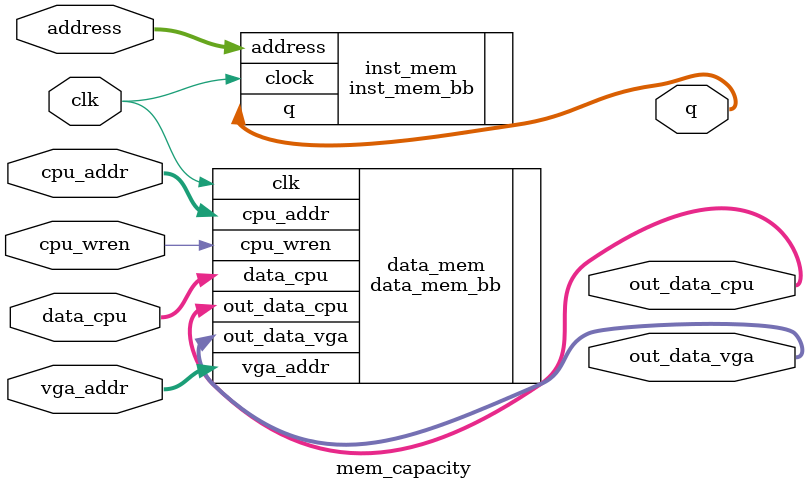
<source format=sv>
module mem_capacity (
    input logic clk,
    input logic cpu_wren,
    input logic [31:0] cpu_addr,
    input logic [31:0] vga_addr,
    input logic [31:0] data_cpu,
    input logic [31:0] address,
    output logic [7:0]  out_data_vga,
    output logic [31:0] out_data_cpu,
    output logic [15:0] q);

    //input logic [15:0] q);

    data_mem_bb data_mem (
        .clk ( clk ),
        .cpu_addr ( cpu_addr ),
        .vga_addr ( vga_addr ),
        .cpu_wren ( cpu_wren ),
        .data_cpu ( data_cpu ),
        .out_data_vga ( out_data_vga ),
        .out_data_cpu ( out_data_cpu )
        );

    inst_mem_bb inst_mem (
        .address ( address ),
        .clock ( clk ),
        .q ( q )
    );	 

endmodule
</source>
